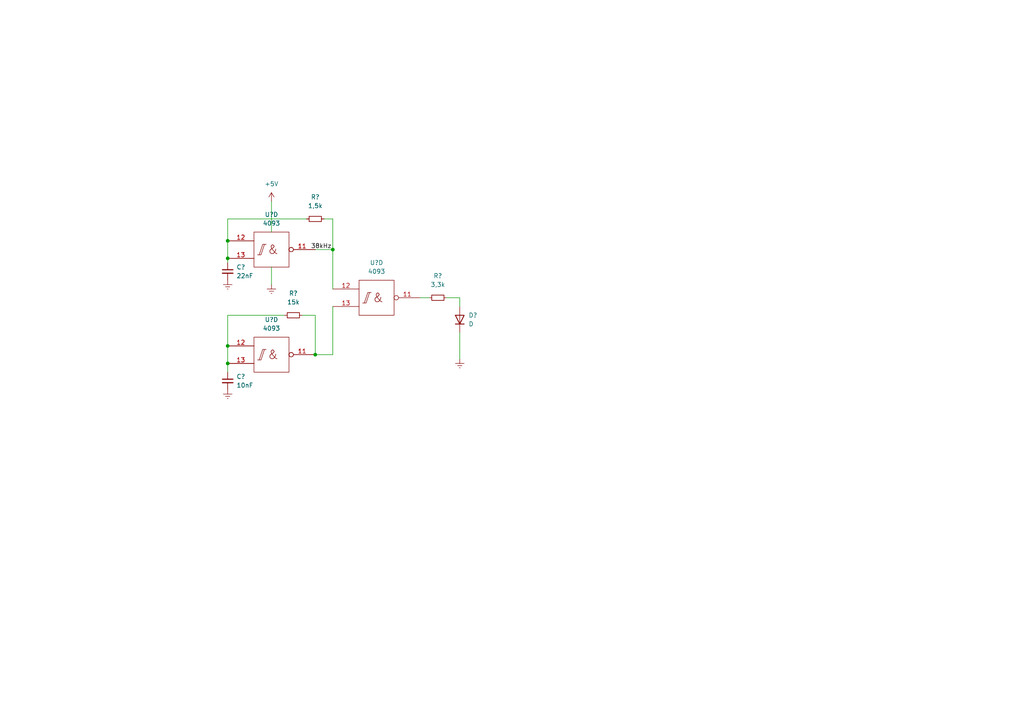
<source format=kicad_sch>
(kicad_sch (version 20211123) (generator eeschema)

  (uuid bcab46db-5b1e-43b3-b9fd-e0231a8246fb)

  (paper "A4")

  (lib_symbols
    (symbol "4xxx_IEEE:4093" (pin_names (offset 0.762)) (in_bom yes) (on_board yes)
      (property "Reference" "U" (id 0) (at 3.81 6.35 0)
        (effects (font (size 1.27 1.27)))
      )
      (property "Value" "4093" (id 1) (at 5.08 -6.35 0)
        (effects (font (size 1.27 1.27)))
      )
      (property "Footprint" "" (id 2) (at 0 0 0)
        (effects (font (size 1.27 1.27)) hide)
      )
      (property "Datasheet" "" (id 3) (at 0 0 0)
        (effects (font (size 1.27 1.27)) hide)
      )
      (symbol "4093_0_0"
        (rectangle (start -5.08 5.08) (end 5.08 -5.08)
          (stroke (width 0) (type default) (color 0 0 0 0))
          (fill (type none))
        )
        (polyline
          (pts
            (xy -4.064 -1.524)
            (xy -3.048 -1.524)
            (xy -2.032 1.524)
            (xy -1.524 1.524)
            (xy -2.54 1.524)
            (xy -3.556 -1.524)
            (xy -3.556 -1.524)
          )
          (stroke (width 0) (type default) (color 0 0 0 0))
          (fill (type none))
        )
        (text "&" (at 0.508 0 0)
          (effects (font (size 2.54 2.54)))
        )
        (pin power_in line (at 0 5.08 270) (length 0) hide
          (name "Vdd" (effects (font (size 1.27 1.27))))
          (number "14" (effects (font (size 1.27 1.27))))
        )
        (pin power_in line (at 0 -5.08 90) (length 0) hide
          (name "Vss" (effects (font (size 1.27 1.27))))
          (number "7" (effects (font (size 1.27 1.27))))
        )
      )
      (symbol "4093_1_1"
        (pin input line (at -12.7 2.54 0) (length 7.62)
          (name "~" (effects (font (size 1.27 1.27))))
          (number "1" (effects (font (size 1.27 1.27))))
        )
        (pin input line (at -12.7 -2.54 0) (length 7.62)
          (name "~" (effects (font (size 1.27 1.27))))
          (number "2" (effects (font (size 1.27 1.27))))
        )
        (pin output inverted (at 12.7 0 180) (length 7.62)
          (name "~" (effects (font (size 1.27 1.27))))
          (number "3" (effects (font (size 1.27 1.27))))
        )
      )
      (symbol "4093_2_1"
        (pin output inverted (at 12.7 0 180) (length 7.62)
          (name "~" (effects (font (size 1.27 1.27))))
          (number "4" (effects (font (size 1.27 1.27))))
        )
        (pin input line (at -12.7 2.54 0) (length 7.62)
          (name "~" (effects (font (size 1.27 1.27))))
          (number "5" (effects (font (size 1.27 1.27))))
        )
        (pin input line (at -12.7 -2.54 0) (length 7.62)
          (name "~" (effects (font (size 1.27 1.27))))
          (number "6" (effects (font (size 1.27 1.27))))
        )
      )
      (symbol "4093_3_1"
        (pin output inverted (at 12.7 0 180) (length 7.62)
          (name "~" (effects (font (size 1.27 1.27))))
          (number "10" (effects (font (size 1.27 1.27))))
        )
        (pin input line (at -12.7 2.54 0) (length 7.62)
          (name "~" (effects (font (size 1.27 1.27))))
          (number "8" (effects (font (size 1.27 1.27))))
        )
        (pin input line (at -12.7 -2.54 0) (length 7.62)
          (name "~" (effects (font (size 1.27 1.27))))
          (number "9" (effects (font (size 1.27 1.27))))
        )
      )
      (symbol "4093_4_1"
        (pin output inverted (at 12.7 0 180) (length 7.62)
          (name "~" (effects (font (size 1.27 1.27))))
          (number "11" (effects (font (size 1.27 1.27))))
        )
        (pin input line (at -12.7 2.54 0) (length 7.62)
          (name "~" (effects (font (size 1.27 1.27))))
          (number "12" (effects (font (size 1.27 1.27))))
        )
        (pin input line (at -12.7 -2.54 0) (length 7.62)
          (name "~" (effects (font (size 1.27 1.27))))
          (number "13" (effects (font (size 1.27 1.27))))
        )
      )
    )
    (symbol "Device:C_Small" (pin_numbers hide) (pin_names (offset 0.254) hide) (in_bom yes) (on_board yes)
      (property "Reference" "C" (id 0) (at 0.254 1.778 0)
        (effects (font (size 1.27 1.27)) (justify left))
      )
      (property "Value" "C_Small" (id 1) (at 0.254 -2.032 0)
        (effects (font (size 1.27 1.27)) (justify left))
      )
      (property "Footprint" "" (id 2) (at 0 0 0)
        (effects (font (size 1.27 1.27)) hide)
      )
      (property "Datasheet" "~" (id 3) (at 0 0 0)
        (effects (font (size 1.27 1.27)) hide)
      )
      (property "ki_keywords" "capacitor cap" (id 4) (at 0 0 0)
        (effects (font (size 1.27 1.27)) hide)
      )
      (property "ki_description" "Unpolarized capacitor, small symbol" (id 5) (at 0 0 0)
        (effects (font (size 1.27 1.27)) hide)
      )
      (property "ki_fp_filters" "C_*" (id 6) (at 0 0 0)
        (effects (font (size 1.27 1.27)) hide)
      )
      (symbol "C_Small_0_1"
        (polyline
          (pts
            (xy -1.524 -0.508)
            (xy 1.524 -0.508)
          )
          (stroke (width 0.3302) (type default) (color 0 0 0 0))
          (fill (type none))
        )
        (polyline
          (pts
            (xy -1.524 0.508)
            (xy 1.524 0.508)
          )
          (stroke (width 0.3048) (type default) (color 0 0 0 0))
          (fill (type none))
        )
      )
      (symbol "C_Small_1_1"
        (pin passive line (at 0 2.54 270) (length 2.032)
          (name "~" (effects (font (size 1.27 1.27))))
          (number "1" (effects (font (size 1.27 1.27))))
        )
        (pin passive line (at 0 -2.54 90) (length 2.032)
          (name "~" (effects (font (size 1.27 1.27))))
          (number "2" (effects (font (size 1.27 1.27))))
        )
      )
    )
    (symbol "Device:D" (pin_numbers hide) (pin_names (offset 1.016) hide) (in_bom yes) (on_board yes)
      (property "Reference" "D" (id 0) (at 0 2.54 0)
        (effects (font (size 1.27 1.27)))
      )
      (property "Value" "D" (id 1) (at 0 -2.54 0)
        (effects (font (size 1.27 1.27)))
      )
      (property "Footprint" "" (id 2) (at 0 0 0)
        (effects (font (size 1.27 1.27)) hide)
      )
      (property "Datasheet" "~" (id 3) (at 0 0 0)
        (effects (font (size 1.27 1.27)) hide)
      )
      (property "ki_keywords" "diode" (id 4) (at 0 0 0)
        (effects (font (size 1.27 1.27)) hide)
      )
      (property "ki_description" "Diode" (id 5) (at 0 0 0)
        (effects (font (size 1.27 1.27)) hide)
      )
      (property "ki_fp_filters" "TO-???* *_Diode_* *SingleDiode* D_*" (id 6) (at 0 0 0)
        (effects (font (size 1.27 1.27)) hide)
      )
      (symbol "D_0_1"
        (polyline
          (pts
            (xy -1.27 1.27)
            (xy -1.27 -1.27)
          )
          (stroke (width 0.254) (type default) (color 0 0 0 0))
          (fill (type none))
        )
        (polyline
          (pts
            (xy 1.27 0)
            (xy -1.27 0)
          )
          (stroke (width 0) (type default) (color 0 0 0 0))
          (fill (type none))
        )
        (polyline
          (pts
            (xy 1.27 1.27)
            (xy 1.27 -1.27)
            (xy -1.27 0)
            (xy 1.27 1.27)
          )
          (stroke (width 0.254) (type default) (color 0 0 0 0))
          (fill (type none))
        )
      )
      (symbol "D_1_1"
        (pin passive line (at -3.81 0 0) (length 2.54)
          (name "K" (effects (font (size 1.27 1.27))))
          (number "1" (effects (font (size 1.27 1.27))))
        )
        (pin passive line (at 3.81 0 180) (length 2.54)
          (name "A" (effects (font (size 1.27 1.27))))
          (number "2" (effects (font (size 1.27 1.27))))
        )
      )
    )
    (symbol "Device:R_Small" (pin_numbers hide) (pin_names (offset 0.254) hide) (in_bom yes) (on_board yes)
      (property "Reference" "R" (id 0) (at 0.762 0.508 0)
        (effects (font (size 1.27 1.27)) (justify left))
      )
      (property "Value" "R_Small" (id 1) (at 0.762 -1.016 0)
        (effects (font (size 1.27 1.27)) (justify left))
      )
      (property "Footprint" "" (id 2) (at 0 0 0)
        (effects (font (size 1.27 1.27)) hide)
      )
      (property "Datasheet" "~" (id 3) (at 0 0 0)
        (effects (font (size 1.27 1.27)) hide)
      )
      (property "ki_keywords" "R resistor" (id 4) (at 0 0 0)
        (effects (font (size 1.27 1.27)) hide)
      )
      (property "ki_description" "Resistor, small symbol" (id 5) (at 0 0 0)
        (effects (font (size 1.27 1.27)) hide)
      )
      (property "ki_fp_filters" "R_*" (id 6) (at 0 0 0)
        (effects (font (size 1.27 1.27)) hide)
      )
      (symbol "R_Small_0_1"
        (rectangle (start -0.762 1.778) (end 0.762 -1.778)
          (stroke (width 0.2032) (type default) (color 0 0 0 0))
          (fill (type none))
        )
      )
      (symbol "R_Small_1_1"
        (pin passive line (at 0 2.54 270) (length 0.762)
          (name "~" (effects (font (size 1.27 1.27))))
          (number "1" (effects (font (size 1.27 1.27))))
        )
        (pin passive line (at 0 -2.54 90) (length 0.762)
          (name "~" (effects (font (size 1.27 1.27))))
          (number "2" (effects (font (size 1.27 1.27))))
        )
      )
    )
    (symbol "power:+5V" (power) (pin_names (offset 0)) (in_bom yes) (on_board yes)
      (property "Reference" "#PWR" (id 0) (at 0 -3.81 0)
        (effects (font (size 1.27 1.27)) hide)
      )
      (property "Value" "+5V" (id 1) (at 0 3.556 0)
        (effects (font (size 1.27 1.27)))
      )
      (property "Footprint" "" (id 2) (at 0 0 0)
        (effects (font (size 1.27 1.27)) hide)
      )
      (property "Datasheet" "" (id 3) (at 0 0 0)
        (effects (font (size 1.27 1.27)) hide)
      )
      (property "ki_keywords" "global power" (id 4) (at 0 0 0)
        (effects (font (size 1.27 1.27)) hide)
      )
      (property "ki_description" "Power symbol creates a global label with name \"+5V\"" (id 5) (at 0 0 0)
        (effects (font (size 1.27 1.27)) hide)
      )
      (symbol "+5V_0_1"
        (polyline
          (pts
            (xy -0.762 1.27)
            (xy 0 2.54)
          )
          (stroke (width 0) (type default) (color 0 0 0 0))
          (fill (type none))
        )
        (polyline
          (pts
            (xy 0 0)
            (xy 0 2.54)
          )
          (stroke (width 0) (type default) (color 0 0 0 0))
          (fill (type none))
        )
        (polyline
          (pts
            (xy 0 2.54)
            (xy 0.762 1.27)
          )
          (stroke (width 0) (type default) (color 0 0 0 0))
          (fill (type none))
        )
      )
      (symbol "+5V_1_1"
        (pin power_in line (at 0 0 90) (length 0) hide
          (name "+5V" (effects (font (size 1.27 1.27))))
          (number "1" (effects (font (size 1.27 1.27))))
        )
      )
    )
    (symbol "power:Earth" (power) (pin_names (offset 0)) (in_bom yes) (on_board yes)
      (property "Reference" "#PWR" (id 0) (at 0 -6.35 0)
        (effects (font (size 1.27 1.27)) hide)
      )
      (property "Value" "Earth" (id 1) (at 0 -3.81 0)
        (effects (font (size 1.27 1.27)) hide)
      )
      (property "Footprint" "" (id 2) (at 0 0 0)
        (effects (font (size 1.27 1.27)) hide)
      )
      (property "Datasheet" "~" (id 3) (at 0 0 0)
        (effects (font (size 1.27 1.27)) hide)
      )
      (property "ki_keywords" "global ground gnd" (id 4) (at 0 0 0)
        (effects (font (size 1.27 1.27)) hide)
      )
      (property "ki_description" "Power symbol creates a global label with name \"Earth\"" (id 5) (at 0 0 0)
        (effects (font (size 1.27 1.27)) hide)
      )
      (symbol "Earth_0_1"
        (polyline
          (pts
            (xy -0.635 -1.905)
            (xy 0.635 -1.905)
          )
          (stroke (width 0) (type default) (color 0 0 0 0))
          (fill (type none))
        )
        (polyline
          (pts
            (xy -0.127 -2.54)
            (xy 0.127 -2.54)
          )
          (stroke (width 0) (type default) (color 0 0 0 0))
          (fill (type none))
        )
        (polyline
          (pts
            (xy 0 -1.27)
            (xy 0 0)
          )
          (stroke (width 0) (type default) (color 0 0 0 0))
          (fill (type none))
        )
        (polyline
          (pts
            (xy 1.27 -1.27)
            (xy -1.27 -1.27)
          )
          (stroke (width 0) (type default) (color 0 0 0 0))
          (fill (type none))
        )
      )
      (symbol "Earth_1_1"
        (pin power_in line (at 0 0 270) (length 0) hide
          (name "Earth" (effects (font (size 1.27 1.27))))
          (number "1" (effects (font (size 1.27 1.27))))
        )
      )
    )
  )

  (junction (at 66.04 100.33) (diameter 0) (color 0 0 0 0)
    (uuid 0f752fdd-8b93-4798-9adb-7ccd0cef105c)
  )
  (junction (at 91.44 102.87) (diameter 0) (color 0 0 0 0)
    (uuid 3a4f307a-fc7c-4839-925d-25f5a9f6d5ba)
  )
  (junction (at 66.04 74.93) (diameter 0) (color 0 0 0 0)
    (uuid 7363d5bc-6349-4cf4-b7b8-08b40954b04e)
  )
  (junction (at 66.04 69.85) (diameter 0) (color 0 0 0 0)
    (uuid 9219ae41-161d-42e4-ab65-91ddc095d20e)
  )
  (junction (at 96.52 72.39) (diameter 0) (color 0 0 0 0)
    (uuid bc0344bd-fd5d-4bc5-ad6c-5abfc691c213)
  )
  (junction (at 66.04 105.41) (diameter 0) (color 0 0 0 0)
    (uuid bc331bc1-638d-45a5-8cae-53b32d032b6d)
  )

  (wire (pts (xy 121.92 86.36) (xy 124.46 86.36))
    (stroke (width 0) (type default) (color 0 0 0 0))
    (uuid 1cfdd799-d184-48a8-8e86-28535618b755)
  )
  (wire (pts (xy 96.52 63.5) (xy 96.52 72.39))
    (stroke (width 0) (type default) (color 0 0 0 0))
    (uuid 1f07680a-34db-4345-a301-e8781beb2a95)
  )
  (wire (pts (xy 93.98 63.5) (xy 96.52 63.5))
    (stroke (width 0) (type default) (color 0 0 0 0))
    (uuid 32b69db8-12a3-4848-a265-9300afcf9557)
  )
  (wire (pts (xy 96.52 102.87) (xy 96.52 88.9))
    (stroke (width 0) (type default) (color 0 0 0 0))
    (uuid 3c30da77-6a28-4cb0-af36-38dd0164b390)
  )
  (wire (pts (xy 66.04 91.44) (xy 82.55 91.44))
    (stroke (width 0) (type default) (color 0 0 0 0))
    (uuid 46042b7e-2cdc-4393-8372-d570ae52fe4d)
  )
  (wire (pts (xy 129.54 86.36) (xy 133.35 86.36))
    (stroke (width 0) (type default) (color 0 0 0 0))
    (uuid 4712fe58-64f0-437c-8fd0-e572b86fac23)
  )
  (wire (pts (xy 78.74 77.47) (xy 78.74 82.55))
    (stroke (width 0) (type default) (color 0 0 0 0))
    (uuid 5f1e75b1-d5ac-40cb-a85f-b4d165242531)
  )
  (wire (pts (xy 66.04 100.33) (xy 66.04 105.41))
    (stroke (width 0) (type default) (color 0 0 0 0))
    (uuid 6742c267-5291-407b-935d-15184bff2b49)
  )
  (wire (pts (xy 91.44 91.44) (xy 91.44 102.87))
    (stroke (width 0) (type default) (color 0 0 0 0))
    (uuid 71fdb2a9-70b1-4e70-9ce9-12d701ea59c4)
  )
  (wire (pts (xy 78.74 58.42) (xy 78.74 67.31))
    (stroke (width 0) (type default) (color 0 0 0 0))
    (uuid 84354a53-5a52-417a-b3c1-aa7641859a4f)
  )
  (wire (pts (xy 96.52 72.39) (xy 96.52 83.82))
    (stroke (width 0) (type default) (color 0 0 0 0))
    (uuid 89eaad6b-2c7a-4943-b73b-ee6ae24bcfce)
  )
  (wire (pts (xy 66.04 69.85) (xy 66.04 74.93))
    (stroke (width 0) (type default) (color 0 0 0 0))
    (uuid 8e5c71d0-acc9-4d59-87d2-ec1af31e79ff)
  )
  (wire (pts (xy 133.35 96.52) (xy 133.35 104.14))
    (stroke (width 0) (type default) (color 0 0 0 0))
    (uuid a2c6364b-1b9e-4469-ae81-87938756cbfa)
  )
  (wire (pts (xy 66.04 63.5) (xy 88.9 63.5))
    (stroke (width 0) (type default) (color 0 0 0 0))
    (uuid a848d75f-49b6-4cb5-b1d4-1b8908b34bbb)
  )
  (wire (pts (xy 87.63 91.44) (xy 91.44 91.44))
    (stroke (width 0) (type default) (color 0 0 0 0))
    (uuid a93f7308-e59a-418a-8a30-2530f8aa13d6)
  )
  (wire (pts (xy 133.35 86.36) (xy 133.35 88.9))
    (stroke (width 0) (type default) (color 0 0 0 0))
    (uuid adcc7905-63a1-4af7-b34a-6eebc5e2f30f)
  )
  (wire (pts (xy 91.44 102.87) (xy 96.52 102.87))
    (stroke (width 0) (type default) (color 0 0 0 0))
    (uuid b078fc88-d8ff-4e58-b41a-cb133dcd4451)
  )
  (wire (pts (xy 66.04 74.93) (xy 66.04 76.2))
    (stroke (width 0) (type default) (color 0 0 0 0))
    (uuid c2ebfbf2-d233-47e5-a780-0e37d0753e5c)
  )
  (wire (pts (xy 66.04 69.85) (xy 66.04 63.5))
    (stroke (width 0) (type default) (color 0 0 0 0))
    (uuid dd1702e2-e388-4e3c-97fd-410e3d52cd10)
  )
  (wire (pts (xy 66.04 100.33) (xy 66.04 91.44))
    (stroke (width 0) (type default) (color 0 0 0 0))
    (uuid ded816d3-8efc-434a-a7d8-0ce9168e4240)
  )
  (wire (pts (xy 91.44 72.39) (xy 96.52 72.39))
    (stroke (width 0) (type default) (color 0 0 0 0))
    (uuid df0afb3a-f50c-40b7-bc3e-e0ef39dcd96d)
  )
  (wire (pts (xy 66.04 105.41) (xy 66.04 107.95))
    (stroke (width 0) (type default) (color 0 0 0 0))
    (uuid f7f5546f-b08a-43c5-adba-f9392e8aeb4e)
  )

  (label "38kHz" (at 90.17 72.39 0)
    (effects (font (size 1.27 1.27)) (justify left bottom))
    (uuid bcb81d78-ad70-4f3c-acff-9fd3a6c009e2)
  )

  (symbol (lib_id "4xxx_IEEE:4093") (at 78.74 72.39 0) (unit 4)
    (in_bom yes) (on_board yes) (fields_autoplaced)
    (uuid 1c48ffdf-31c1-4bf1-ae2b-07aa259bd5e3)
    (property "Reference" "U?" (id 0) (at 78.74 62.23 0))
    (property "Value" "4093" (id 1) (at 78.74 64.77 0))
    (property "Footprint" "" (id 2) (at 78.74 72.39 0)
      (effects (font (size 1.27 1.27)) hide)
    )
    (property "Datasheet" "" (id 3) (at 78.74 72.39 0)
      (effects (font (size 1.27 1.27)) hide)
    )
    (pin "14" (uuid 94237719-5b92-4382-a834-f41098aebd91))
    (pin "7" (uuid 0bd4a493-0b12-446c-a39b-930942d5c9d9))
    (pin "1" (uuid 3e431090-2a20-474d-bf43-015c1b04c8d1))
    (pin "2" (uuid aa85e142-9ccb-401b-9c48-3922300e08dd))
    (pin "3" (uuid 7605d273-c1f9-4205-8646-efada12f389f))
    (pin "4" (uuid 3212dddd-51d9-4547-9a5d-9d955473cfe0))
    (pin "5" (uuid 9193341a-d430-4c0a-81c7-9dce96ac96ee))
    (pin "6" (uuid 5dd497c3-6af3-4197-a0dc-fb7e21438e83))
    (pin "10" (uuid b5b77aee-5b54-41ec-9bb1-395e35a0114e))
    (pin "8" (uuid f33ef02d-52b6-45a2-a99b-c9b277879574))
    (pin "9" (uuid 49b5377f-ecdf-4a07-a921-c468c0f4f386))
    (pin "11" (uuid 08d78d88-7bc8-46b8-8ac3-61b57332dc6b))
    (pin "12" (uuid 752358dc-300c-4384-b6f1-e813bcada1b0))
    (pin "13" (uuid f1b9400d-9f8f-4679-a3a7-ffb971f245a1))
  )

  (symbol (lib_id "power:+5V") (at 78.74 58.42 0) (unit 1)
    (in_bom yes) (on_board yes) (fields_autoplaced)
    (uuid 2e9bf21b-5488-4f7d-906f-b590bea22028)
    (property "Reference" "#PWR?" (id 0) (at 78.74 62.23 0)
      (effects (font (size 1.27 1.27)) hide)
    )
    (property "Value" "+5V" (id 1) (at 78.74 53.34 0))
    (property "Footprint" "" (id 2) (at 78.74 58.42 0)
      (effects (font (size 1.27 1.27)) hide)
    )
    (property "Datasheet" "" (id 3) (at 78.74 58.42 0)
      (effects (font (size 1.27 1.27)) hide)
    )
    (pin "1" (uuid 5132221d-2c00-4308-bcad-89b5739abca6))
  )

  (symbol (lib_id "power:Earth") (at 66.04 81.28 0) (unit 1)
    (in_bom yes) (on_board yes) (fields_autoplaced)
    (uuid 5a28e3db-d5e4-42b4-96ca-c338183610bd)
    (property "Reference" "#PWR?" (id 0) (at 66.04 87.63 0)
      (effects (font (size 1.27 1.27)) hide)
    )
    (property "Value" "Earth" (id 1) (at 66.04 85.09 0)
      (effects (font (size 1.27 1.27)) hide)
    )
    (property "Footprint" "" (id 2) (at 66.04 81.28 0)
      (effects (font (size 1.27 1.27)) hide)
    )
    (property "Datasheet" "~" (id 3) (at 66.04 81.28 0)
      (effects (font (size 1.27 1.27)) hide)
    )
    (pin "1" (uuid 1caa1b06-d4ce-4302-a64f-252b50530e39))
  )

  (symbol (lib_id "power:Earth") (at 78.74 82.55 0) (unit 1)
    (in_bom yes) (on_board yes) (fields_autoplaced)
    (uuid 73753290-db63-4643-9fe3-b4754add67c4)
    (property "Reference" "#PWR?" (id 0) (at 78.74 88.9 0)
      (effects (font (size 1.27 1.27)) hide)
    )
    (property "Value" "Earth" (id 1) (at 78.74 86.36 0)
      (effects (font (size 1.27 1.27)) hide)
    )
    (property "Footprint" "" (id 2) (at 78.74 82.55 0)
      (effects (font (size 1.27 1.27)) hide)
    )
    (property "Datasheet" "~" (id 3) (at 78.74 82.55 0)
      (effects (font (size 1.27 1.27)) hide)
    )
    (pin "1" (uuid 3e530a3e-4e81-4077-9429-430716a1aecf))
  )

  (symbol (lib_id "4xxx_IEEE:4093") (at 109.22 86.36 0) (unit 4)
    (in_bom yes) (on_board yes) (fields_autoplaced)
    (uuid 82447fee-a9fd-4e8e-a270-291b720cb0e4)
    (property "Reference" "U?" (id 0) (at 109.22 76.2 0))
    (property "Value" "4093" (id 1) (at 109.22 78.74 0))
    (property "Footprint" "" (id 2) (at 109.22 86.36 0)
      (effects (font (size 1.27 1.27)) hide)
    )
    (property "Datasheet" "" (id 3) (at 109.22 86.36 0)
      (effects (font (size 1.27 1.27)) hide)
    )
    (pin "14" (uuid aba1f7f3-edd9-4b11-9fd2-19a53e230f3c))
    (pin "7" (uuid 32426778-52cc-40ca-8558-04ce6a0aba31))
    (pin "1" (uuid 3e431090-2a20-474d-bf43-015c1b04c8d1))
    (pin "2" (uuid aa85e142-9ccb-401b-9c48-3922300e08dd))
    (pin "3" (uuid 7605d273-c1f9-4205-8646-efada12f389f))
    (pin "4" (uuid 3212dddd-51d9-4547-9a5d-9d955473cfe0))
    (pin "5" (uuid 9193341a-d430-4c0a-81c7-9dce96ac96ee))
    (pin "6" (uuid 5dd497c3-6af3-4197-a0dc-fb7e21438e83))
    (pin "10" (uuid b5b77aee-5b54-41ec-9bb1-395e35a0114e))
    (pin "8" (uuid f33ef02d-52b6-45a2-a99b-c9b277879574))
    (pin "9" (uuid 49b5377f-ecdf-4a07-a921-c468c0f4f386))
    (pin "11" (uuid dd0d0d5f-6abb-41e1-8c4d-518aab4c3855))
    (pin "12" (uuid bbe40ae0-c92f-49ed-a9fb-ff34a225aa1d))
    (pin "13" (uuid aa022357-3a81-478c-9ca1-ea5ce2b6074d))
  )

  (symbol (lib_id "Device:R_Small") (at 127 86.36 90) (unit 1)
    (in_bom yes) (on_board yes) (fields_autoplaced)
    (uuid 9bdbaaa2-b4e7-4252-9b5a-4eeb16223cd1)
    (property "Reference" "R?" (id 0) (at 127 80.01 90))
    (property "Value" "3,3k" (id 1) (at 127 82.55 90))
    (property "Footprint" "" (id 2) (at 127 86.36 0)
      (effects (font (size 1.27 1.27)) hide)
    )
    (property "Datasheet" "~" (id 3) (at 127 86.36 0)
      (effects (font (size 1.27 1.27)) hide)
    )
    (pin "1" (uuid 842ab4b4-48e5-47ed-b032-720af6dbb442))
    (pin "2" (uuid 705e74fb-c71f-4c00-8e41-5b05e07b57b0))
  )

  (symbol (lib_id "Device:C_Small") (at 66.04 110.49 0) (unit 1)
    (in_bom yes) (on_board yes) (fields_autoplaced)
    (uuid a0041053-1c0a-43e0-b22e-484685fbf619)
    (property "Reference" "C?" (id 0) (at 68.58 109.2262 0)
      (effects (font (size 1.27 1.27)) (justify left))
    )
    (property "Value" "10nF" (id 1) (at 68.58 111.7662 0)
      (effects (font (size 1.27 1.27)) (justify left))
    )
    (property "Footprint" "" (id 2) (at 66.04 110.49 0)
      (effects (font (size 1.27 1.27)) hide)
    )
    (property "Datasheet" "~" (id 3) (at 66.04 110.49 0)
      (effects (font (size 1.27 1.27)) hide)
    )
    (pin "1" (uuid d7a15463-5c62-499f-b63b-91af24d3132d))
    (pin "2" (uuid 351af321-03e8-47a9-9c9b-85f9e7d2456f))
  )

  (symbol (lib_id "Device:R_Small") (at 91.44 63.5 90) (unit 1)
    (in_bom yes) (on_board yes) (fields_autoplaced)
    (uuid a2d90fa5-28cf-4b15-8132-52fc57138fca)
    (property "Reference" "R?" (id 0) (at 91.44 57.15 90))
    (property "Value" "1,5k" (id 1) (at 91.44 59.69 90))
    (property "Footprint" "" (id 2) (at 91.44 63.5 0)
      (effects (font (size 1.27 1.27)) hide)
    )
    (property "Datasheet" "~" (id 3) (at 91.44 63.5 0)
      (effects (font (size 1.27 1.27)) hide)
    )
    (pin "1" (uuid 56cc45f1-f10f-4fe0-abb0-3452361fceb4))
    (pin "2" (uuid 8524121b-8b1d-4deb-9f81-4516d5f4529a))
  )

  (symbol (lib_id "4xxx_IEEE:4093") (at 78.74 102.87 0) (unit 4)
    (in_bom yes) (on_board yes) (fields_autoplaced)
    (uuid ac52853b-dc66-4b69-86a1-162d782a2614)
    (property "Reference" "U?" (id 0) (at 78.74 92.71 0))
    (property "Value" "4093" (id 1) (at 78.74 95.25 0))
    (property "Footprint" "" (id 2) (at 78.74 102.87 0)
      (effects (font (size 1.27 1.27)) hide)
    )
    (property "Datasheet" "" (id 3) (at 78.74 102.87 0)
      (effects (font (size 1.27 1.27)) hide)
    )
    (pin "14" (uuid 7cc1c074-54e4-426e-a0c8-0ee92e716973))
    (pin "7" (uuid 0aae6516-e897-43f7-9524-dae5b460456d))
    (pin "1" (uuid 3e431090-2a20-474d-bf43-015c1b04c8d1))
    (pin "2" (uuid aa85e142-9ccb-401b-9c48-3922300e08dd))
    (pin "3" (uuid 7605d273-c1f9-4205-8646-efada12f389f))
    (pin "4" (uuid 3212dddd-51d9-4547-9a5d-9d955473cfe0))
    (pin "5" (uuid 9193341a-d430-4c0a-81c7-9dce96ac96ee))
    (pin "6" (uuid 5dd497c3-6af3-4197-a0dc-fb7e21438e83))
    (pin "10" (uuid b5b77aee-5b54-41ec-9bb1-395e35a0114e))
    (pin "8" (uuid f33ef02d-52b6-45a2-a99b-c9b277879574))
    (pin "9" (uuid 49b5377f-ecdf-4a07-a921-c468c0f4f386))
    (pin "11" (uuid 7818a2c9-8421-4dc7-9823-6b7bac817b4e))
    (pin "12" (uuid bed5380d-1885-4d96-a804-2ac2136341af))
    (pin "13" (uuid b5540397-b343-4a6c-af75-569e5ede93eb))
  )

  (symbol (lib_id "Device:R_Small") (at 85.09 91.44 90) (unit 1)
    (in_bom yes) (on_board yes) (fields_autoplaced)
    (uuid b8f03ac4-7309-4b55-819e-767845465a33)
    (property "Reference" "R?" (id 0) (at 85.09 85.09 90))
    (property "Value" "15k" (id 1) (at 85.09 87.63 90))
    (property "Footprint" "" (id 2) (at 85.09 91.44 0)
      (effects (font (size 1.27 1.27)) hide)
    )
    (property "Datasheet" "~" (id 3) (at 85.09 91.44 0)
      (effects (font (size 1.27 1.27)) hide)
    )
    (pin "1" (uuid 213fd397-0fbd-469a-9853-78d1c126d900))
    (pin "2" (uuid b2b4c2fe-ba96-4db5-8c19-ff295624a9d5))
  )

  (symbol (lib_id "Device:D") (at 133.35 92.71 90) (unit 1)
    (in_bom yes) (on_board yes) (fields_autoplaced)
    (uuid b919b033-f4af-4ee2-b548-5393f3ab09af)
    (property "Reference" "D?" (id 0) (at 135.89 91.4399 90)
      (effects (font (size 1.27 1.27)) (justify right))
    )
    (property "Value" "D" (id 1) (at 135.89 93.9799 90)
      (effects (font (size 1.27 1.27)) (justify right))
    )
    (property "Footprint" "" (id 2) (at 133.35 92.71 0)
      (effects (font (size 1.27 1.27)) hide)
    )
    (property "Datasheet" "~" (id 3) (at 133.35 92.71 0)
      (effects (font (size 1.27 1.27)) hide)
    )
    (pin "1" (uuid 2ad4385c-fdd4-442c-8185-b3927440a944))
    (pin "2" (uuid 9873806b-1e76-43dc-8b06-f37a6dcff5af))
  )

  (symbol (lib_id "power:Earth") (at 66.04 113.03 0) (unit 1)
    (in_bom yes) (on_board yes) (fields_autoplaced)
    (uuid c6047708-8cb5-47b8-b35d-d5184fc3eb50)
    (property "Reference" "#PWR?" (id 0) (at 66.04 119.38 0)
      (effects (font (size 1.27 1.27)) hide)
    )
    (property "Value" "Earth" (id 1) (at 66.04 116.84 0)
      (effects (font (size 1.27 1.27)) hide)
    )
    (property "Footprint" "" (id 2) (at 66.04 113.03 0)
      (effects (font (size 1.27 1.27)) hide)
    )
    (property "Datasheet" "~" (id 3) (at 66.04 113.03 0)
      (effects (font (size 1.27 1.27)) hide)
    )
    (pin "1" (uuid df23fc4e-5a40-4aa7-b791-040d70d0e458))
  )

  (symbol (lib_id "power:Earth") (at 133.35 104.14 0) (unit 1)
    (in_bom yes) (on_board yes) (fields_autoplaced)
    (uuid df229a91-201e-4dac-ba28-7417e897545d)
    (property "Reference" "#PWR?" (id 0) (at 133.35 110.49 0)
      (effects (font (size 1.27 1.27)) hide)
    )
    (property "Value" "Earth" (id 1) (at 133.35 107.95 0)
      (effects (font (size 1.27 1.27)) hide)
    )
    (property "Footprint" "" (id 2) (at 133.35 104.14 0)
      (effects (font (size 1.27 1.27)) hide)
    )
    (property "Datasheet" "~" (id 3) (at 133.35 104.14 0)
      (effects (font (size 1.27 1.27)) hide)
    )
    (pin "1" (uuid b207cef5-b9d3-4436-9538-a3d587e54d2d))
  )

  (symbol (lib_id "Device:C_Small") (at 66.04 78.74 0) (unit 1)
    (in_bom yes) (on_board yes) (fields_autoplaced)
    (uuid df38476f-1407-4756-bbf5-519e8efd0ec5)
    (property "Reference" "C?" (id 0) (at 68.58 77.4762 0)
      (effects (font (size 1.27 1.27)) (justify left))
    )
    (property "Value" "22nF" (id 1) (at 68.58 80.0162 0)
      (effects (font (size 1.27 1.27)) (justify left))
    )
    (property "Footprint" "" (id 2) (at 66.04 78.74 0)
      (effects (font (size 1.27 1.27)) hide)
    )
    (property "Datasheet" "~" (id 3) (at 66.04 78.74 0)
      (effects (font (size 1.27 1.27)) hide)
    )
    (pin "1" (uuid d1f9d934-3af3-411a-8279-10639aded05e))
    (pin "2" (uuid 5227d122-6732-48ef-b0ce-81181cd7c0a7))
  )

  (sheet_instances
    (path "/" (page "1"))
  )

  (symbol_instances
    (path "/2e9bf21b-5488-4f7d-906f-b590bea22028"
      (reference "#PWR?") (unit 1) (value "+5V") (footprint "")
    )
    (path "/5a28e3db-d5e4-42b4-96ca-c338183610bd"
      (reference "#PWR?") (unit 1) (value "Earth") (footprint "")
    )
    (path "/73753290-db63-4643-9fe3-b4754add67c4"
      (reference "#PWR?") (unit 1) (value "Earth") (footprint "")
    )
    (path "/c6047708-8cb5-47b8-b35d-d5184fc3eb50"
      (reference "#PWR?") (unit 1) (value "Earth") (footprint "")
    )
    (path "/df229a91-201e-4dac-ba28-7417e897545d"
      (reference "#PWR?") (unit 1) (value "Earth") (footprint "")
    )
    (path "/a0041053-1c0a-43e0-b22e-484685fbf619"
      (reference "C?") (unit 1) (value "10nF") (footprint "")
    )
    (path "/df38476f-1407-4756-bbf5-519e8efd0ec5"
      (reference "C?") (unit 1) (value "22nF") (footprint "")
    )
    (path "/b919b033-f4af-4ee2-b548-5393f3ab09af"
      (reference "D?") (unit 1) (value "D") (footprint "")
    )
    (path "/9bdbaaa2-b4e7-4252-9b5a-4eeb16223cd1"
      (reference "R?") (unit 1) (value "3,3k") (footprint "")
    )
    (path "/a2d90fa5-28cf-4b15-8132-52fc57138fca"
      (reference "R?") (unit 1) (value "1,5k") (footprint "")
    )
    (path "/b8f03ac4-7309-4b55-819e-767845465a33"
      (reference "R?") (unit 1) (value "15k") (footprint "")
    )
    (path "/1c48ffdf-31c1-4bf1-ae2b-07aa259bd5e3"
      (reference "U?") (unit 4) (value "4093") (footprint "")
    )
    (path "/82447fee-a9fd-4e8e-a270-291b720cb0e4"
      (reference "U?") (unit 4) (value "4093") (footprint "")
    )
    (path "/ac52853b-dc66-4b69-86a1-162d782a2614"
      (reference "U?") (unit 4) (value "4093") (footprint "")
    )
  )
)

</source>
